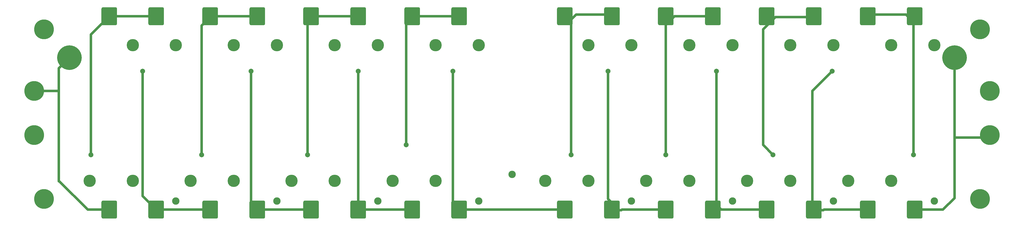
<source format=gbl>
G04*
G04 #@! TF.GenerationSoftware,Altium Limited,Altium Designer,19.0.14 (431)*
G04*
G04 Layer_Physical_Order=2*
G04 Layer_Color=16711680*
%FSLAX25Y25*%
%MOIN*%
G70*
G01*
G75*
%ADD10C,0.03937*%
%ADD18C,0.11811*%
%ADD19C,0.31496*%
%ADD20C,0.39370*%
%ADD21C,0.19685*%
%ADD22C,0.07874*%
G04:AMPARAMS|DCode=23|XSize=288.98mil|YSize=250mil|CornerRadius=25mil|HoleSize=0mil|Usage=FLASHONLY|Rotation=270.000|XOffset=0mil|YOffset=0mil|HoleType=Round|Shape=RoundedRectangle|*
%AMROUNDEDRECTD23*
21,1,0.28898,0.20000,0,0,270.0*
21,1,0.23898,0.25000,0,0,270.0*
1,1,0.05000,-0.10000,-0.11949*
1,1,0.05000,-0.10000,0.11949*
1,1,0.05000,0.10000,0.11949*
1,1,0.05000,0.10000,-0.11949*
%
%ADD23ROUNDEDRECTD23*%
D10*
X-724409Y35433D02*
Y70866D01*
Y-108661D02*
Y35433D01*
X-763779D02*
X-724409D01*
Y-109449D02*
Y-108661D01*
X707480Y-39370D02*
Y88583D01*
Y-136338D02*
Y-39370D01*
X759843D01*
X763780Y-35433D01*
X641732Y-154842D02*
X688976D01*
X707480Y-136338D01*
X566929Y157480D02*
X629921D01*
X641732Y145669D01*
Y-66929D02*
Y145669D01*
X480315Y-141732D02*
X494432Y-155850D01*
X498701Y-154842D02*
X566929D01*
X497694Y-155850D02*
X498701Y-154842D01*
X494432Y-155850D02*
X497694D01*
X480315Y-141732D02*
Y35433D01*
X511811Y66929D01*
X401575Y133858D02*
X421260Y153543D01*
X481201D01*
X482500Y154843D01*
X401575Y-51181D02*
Y133858D01*
Y-51181D02*
X417323Y-66929D01*
X326772Y-146968D02*
X334646Y-154842D01*
X407264D01*
X326772Y-146968D02*
Y66929D01*
X245847Y140847D02*
X259842Y154843D01*
X321083D01*
X245847Y-66929D02*
Y140847D01*
X153543Y-137795D02*
X171598Y-155850D01*
X174859D02*
X175866Y-154842D01*
X171598Y-155850D02*
X174859D01*
X175866Y-154842D02*
X245847D01*
X153543Y-137795D02*
Y66929D01*
X102362Y157480D02*
X157028D01*
X159665Y154843D01*
X94488Y149606D02*
X102362Y157480D01*
X94488Y-66929D02*
Y149606D01*
X-84429Y-154842D02*
X84429D01*
X-94488Y-144783D02*
Y66929D01*
Y-144783D02*
X-84429Y-154842D01*
X-159665Y154843D02*
X-84429D01*
X-169291Y-51181D02*
Y145217D01*
X-159665Y154843D01*
X-245847Y-154842D02*
X-159665D01*
X-245847D02*
Y66929D01*
X-321083Y154843D02*
X-245847D01*
X-326772Y149154D02*
X-321083Y154843D01*
X-326772Y-66929D02*
Y149154D01*
X-407264Y-154842D02*
X-321083D01*
X-417323Y-144783D02*
Y66929D01*
Y-144783D02*
X-407264Y-154842D01*
X-568681D02*
X-482500D01*
X-590551Y-132972D02*
Y66929D01*
Y-132972D02*
X-580833Y-142690D01*
X-579172D01*
X-568681Y-153181D01*
Y-154842D02*
Y-153181D01*
X-482500Y154843D02*
X-407264D01*
X-496063Y-66929D02*
Y140056D01*
X-493757Y142362D01*
X-493319D01*
X-482500Y153181D01*
Y154843D01*
X-673228Y-66929D02*
Y125531D01*
X-656070Y142690D01*
X-654408D01*
X-643917Y153181D01*
Y154843D01*
X-568681D01*
X-724409Y71654D02*
X-707480Y88583D01*
X-724409Y-108661D02*
X-678228Y-154842D01*
X-643917D01*
D18*
X-375964Y-141024D02*
D03*
X-214547D02*
D03*
X190964D02*
D03*
X675216D02*
D03*
X-53130D02*
D03*
X352382D02*
D03*
X513799D02*
D03*
X-537382D02*
D03*
X-0Y-98425D02*
D03*
D19*
X748032Y-137795D02*
D03*
Y133858D02*
D03*
X-748032Y-137795D02*
D03*
Y133858D02*
D03*
X763780Y35433D02*
D03*
Y-35433D02*
D03*
X-763779D02*
D03*
Y35433D02*
D03*
D20*
X707480Y88583D02*
D03*
X-707480D02*
D03*
D21*
X-444882Y108661D02*
D03*
Y-108661D02*
D03*
X-513799D02*
D03*
X-375964Y108661D02*
D03*
X-283465D02*
D03*
Y-108661D02*
D03*
X-352382D02*
D03*
X-214547Y108661D02*
D03*
X122047D02*
D03*
Y-108661D02*
D03*
X53130D02*
D03*
X190964Y108661D02*
D03*
X606299D02*
D03*
Y-108661D02*
D03*
X537382D02*
D03*
X675216Y108661D02*
D03*
X-122047D02*
D03*
Y-108661D02*
D03*
X-190964D02*
D03*
X-53130Y108661D02*
D03*
X283465D02*
D03*
Y-108661D02*
D03*
X214547D02*
D03*
X352382Y108661D02*
D03*
X444882D02*
D03*
Y-108661D02*
D03*
X375964D02*
D03*
X513799Y108661D02*
D03*
X-606299D02*
D03*
Y-108661D02*
D03*
X-675216D02*
D03*
X-537382Y108661D02*
D03*
D22*
X641732Y-66929D02*
D03*
X511811Y66929D02*
D03*
X417323Y-66929D02*
D03*
X326772Y66929D02*
D03*
X245847Y-66929D02*
D03*
X153543Y66929D02*
D03*
X94488Y-66929D02*
D03*
X-94488Y66929D02*
D03*
X-169291Y-51181D02*
D03*
X-245847Y66929D02*
D03*
X-326772Y-66929D02*
D03*
X-417323Y66929D02*
D03*
X-590551D02*
D03*
X-496063Y-66929D02*
D03*
X-673228D02*
D03*
D23*
X-482500Y154843D02*
D03*
X-407264D02*
D03*
X-482500Y-154842D02*
D03*
X-407264D02*
D03*
X-321083Y154843D02*
D03*
X-245847D02*
D03*
X-321083Y-154842D02*
D03*
X-245847D02*
D03*
X84429Y154843D02*
D03*
X159665D02*
D03*
X84429Y-154842D02*
D03*
X159665D02*
D03*
X568681Y154843D02*
D03*
X643917D02*
D03*
X568681Y-154842D02*
D03*
X643917D02*
D03*
X-159665Y154843D02*
D03*
X-84429D02*
D03*
X-159665Y-154842D02*
D03*
X-84429D02*
D03*
X245847Y154843D02*
D03*
X321083D02*
D03*
X245847Y-154842D02*
D03*
X321083D02*
D03*
X407264Y154843D02*
D03*
X482500D02*
D03*
X407264Y-154842D02*
D03*
X482500D02*
D03*
X-643917Y154843D02*
D03*
X-568681D02*
D03*
X-643917Y-154842D02*
D03*
X-568681D02*
D03*
M02*

</source>
